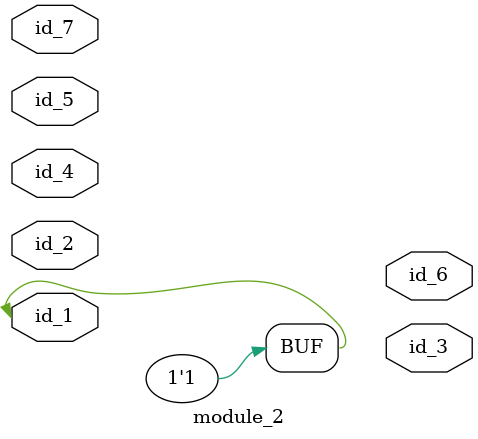
<source format=v>
module module_0;
  assign module_1.type_0 = 0;
  reg id_2;
  initial id_2 = #1 1'b0;
endmodule
module module_1 (
    input  wire id_0,
    output wire id_1
);
  assign id_1 = 1 - id_0;
  module_0 modCall_1 ();
endmodule
module module_2 (
    id_1,
    id_2,
    id_3,
    id_4,
    id_5,
    id_6,
    id_7
);
  inout wire id_7;
  output wire id_6;
  inout wire id_5;
  input wire id_4;
  output wire id_3;
  input wire id_2;
  inout wire id_1;
  assign id_1 = 1;
  module_0 modCall_1 ();
endmodule

</source>
